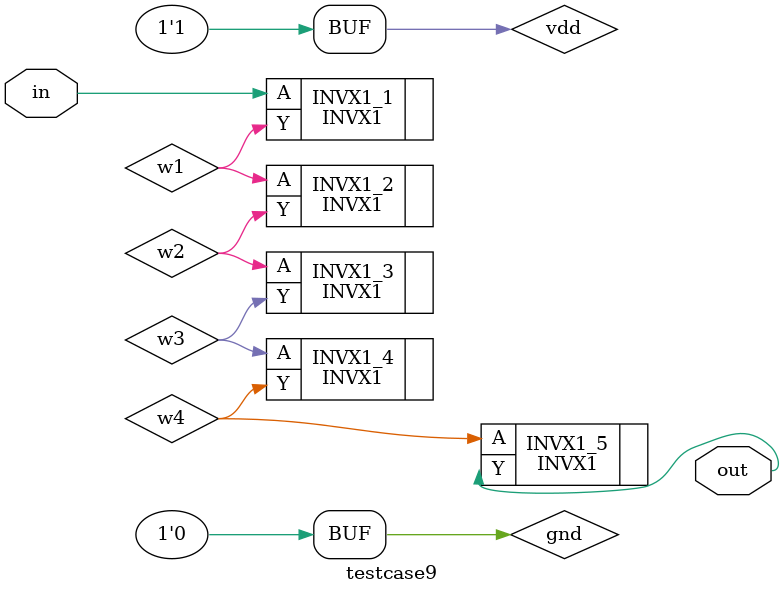
<source format=v>
module testcase9(in, out);

input in;
output out;

wire vdd = 1'b1;
wire gnd = 1'b0;

INVX1 INVX1_1 ( .A(in), .Y(w1) );
INVX1 INVX1_2 ( .A(w1), .Y(w2) );
INVX1 INVX1_3 ( .A(w2), .Y(w3) );
INVX1 INVX1_4 ( .A(w3), .Y(w4) );
INVX1 INVX1_5 ( .A(w4), .Y(out) );

endmodule
</source>
